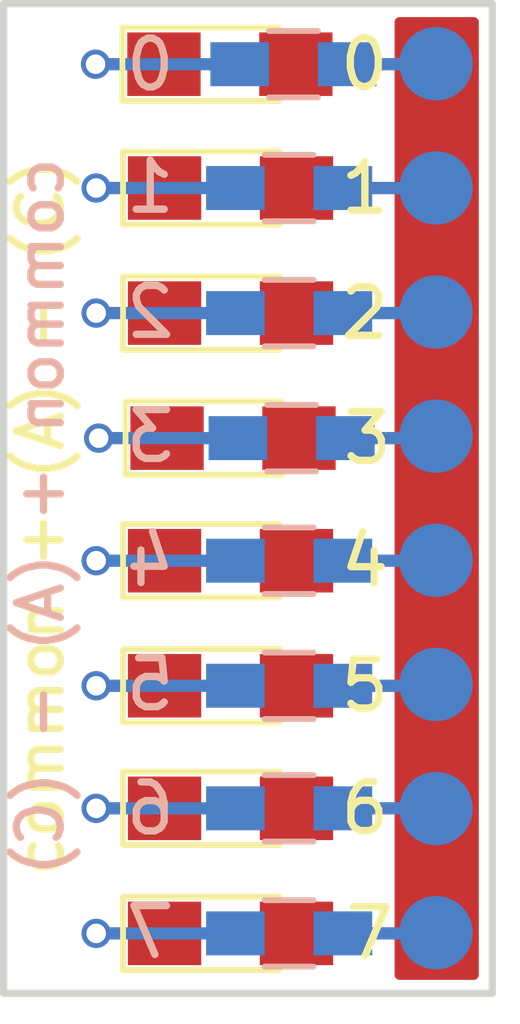
<source format=kicad_pcb>
(kicad_pcb (version 20171130) (host pcbnew "(5.1.2)-1")

  (general
    (thickness 1.6)
    (drawings 6)
    (tracks 50)
    (zones 0)
    (modules 25)
    (nets 18)
  )

  (page A4)
  (layers
    (0 F.Cu signal)
    (31 B.Cu signal)
    (32 B.Adhes user)
    (33 F.Adhes user)
    (34 B.Paste user)
    (35 F.Paste user)
    (36 B.SilkS user)
    (37 F.SilkS user)
    (38 B.Mask user)
    (39 F.Mask user)
    (40 Dwgs.User user)
    (41 Cmts.User user)
    (42 Eco1.User user)
    (43 Eco2.User user)
    (44 Edge.Cuts user)
    (45 Margin user)
    (46 B.CrtYd user hide)
    (47 F.CrtYd user hide)
    (48 B.Fab user)
    (49 F.Fab user)
  )

  (setup
    (last_trace_width 0.25)
    (trace_clearance 0.2)
    (zone_clearance 0.2)
    (zone_45_only no)
    (trace_min 0.2)
    (via_size 0.6)
    (via_drill 0.4)
    (via_min_size 0.4)
    (via_min_drill 0.3)
    (uvia_size 0.3)
    (uvia_drill 0.1)
    (uvias_allowed no)
    (uvia_min_size 0.2)
    (uvia_min_drill 0.1)
    (edge_width 0.15)
    (segment_width 0.2)
    (pcb_text_width 0.3)
    (pcb_text_size 1.5 1.5)
    (mod_edge_width 0.15)
    (mod_text_size 1 1)
    (mod_text_width 0.15)
    (pad_size 0.65 0.65)
    (pad_drill 0)
    (pad_to_mask_clearance 0.2)
    (aux_axis_origin 168 92.75)
    (visible_elements 7FFFFDFF)
    (pcbplotparams
      (layerselection 0x010f0_ffffffff)
      (usegerberextensions true)
      (usegerberattributes true)
      (usegerberadvancedattributes false)
      (creategerberjobfile false)
      (excludeedgelayer true)
      (linewidth 0.100000)
      (plotframeref false)
      (viasonmask false)
      (mode 1)
      (useauxorigin true)
      (hpglpennumber 1)
      (hpglpenspeed 20)
      (hpglpendiameter 15.000000)
      (psnegative false)
      (psa4output false)
      (plotreference true)
      (plotvalue true)
      (plotinvisibletext false)
      (padsonsilk false)
      (subtractmaskfromsilk false)
      (outputformat 1)
      (mirror false)
      (drillshape 0)
      (scaleselection 1)
      (outputdirectory "gerbers/"))
  )

  (net 0 "")
  (net 1 "Net-(D1-Pad1)")
  (net 2 "Net-(D1-Pad2)")
  (net 3 "Net-(D2-Pad1)")
  (net 4 "Net-(D3-Pad1)")
  (net 5 "Net-(D4-Pad1)")
  (net 6 "Net-(D5-Pad1)")
  (net 7 "Net-(D6-Pad1)")
  (net 8 "Net-(D7-Pad1)")
  (net 9 "Net-(D8-Pad1)")
  (net 10 "Net-(R1-Pad2)")
  (net 11 "Net-(R2-Pad2)")
  (net 12 "Net-(R3-Pad2)")
  (net 13 "Net-(R4-Pad2)")
  (net 14 "Net-(R5-Pad2)")
  (net 15 "Net-(R6-Pad2)")
  (net 16 "Net-(R7-Pad2)")
  (net 17 "Net-(R8-Pad2)")

  (net_class Default "This is the default net class."
    (clearance 0.2)
    (trace_width 0.25)
    (via_dia 0.6)
    (via_drill 0.4)
    (uvia_dia 0.3)
    (uvia_drill 0.1)
    (add_net "Net-(D1-Pad1)")
    (add_net "Net-(D1-Pad2)")
    (add_net "Net-(D2-Pad1)")
    (add_net "Net-(D3-Pad1)")
    (add_net "Net-(D4-Pad1)")
    (add_net "Net-(D5-Pad1)")
    (add_net "Net-(D6-Pad1)")
    (add_net "Net-(D7-Pad1)")
    (add_net "Net-(D8-Pad1)")
    (add_net "Net-(R1-Pad2)")
    (add_net "Net-(R2-Pad2)")
    (add_net "Net-(R3-Pad2)")
    (add_net "Net-(R4-Pad2)")
    (add_net "Net-(R5-Pad2)")
    (add_net "Net-(R6-Pad2)")
    (add_net "Net-(R7-Pad2)")
    (add_net "Net-(R8-Pad2)")
  )

  (module LEDs:LED_0805_HandSoldering (layer F.Cu) (tedit 5AC90E15) (tstamp 5D0BA580)
    (at 162.6305 93.989)
    (descr "Resistor SMD 0805, hand soldering")
    (tags "resistor 0805")
    (path /5AC90983)
    (attr smd)
    (fp_text reference D1 (at 0 -1.7) (layer F.SilkS) hide
      (effects (font (size 1 1) (thickness 0.15)))
    )
    (fp_text value 0 (at 2.75 0) (layer F.SilkS)
      (effects (font (size 1 1) (thickness 0.15)))
    )
    (fp_line (start -0.4 -0.4) (end -0.4 0.4) (layer F.Fab) (width 0.1))
    (fp_line (start -0.4 0) (end 0.2 -0.4) (layer F.Fab) (width 0.1))
    (fp_line (start 0.2 0.4) (end -0.4 0) (layer F.Fab) (width 0.1))
    (fp_line (start 0.2 -0.4) (end 0.2 0.4) (layer F.Fab) (width 0.1))
    (fp_line (start -1 0.62) (end -1 -0.62) (layer F.Fab) (width 0.1))
    (fp_line (start 1 0.62) (end -1 0.62) (layer F.Fab) (width 0.1))
    (fp_line (start 1 -0.62) (end 1 0.62) (layer F.Fab) (width 0.1))
    (fp_line (start -1 -0.62) (end 1 -0.62) (layer F.Fab) (width 0.1))
    (fp_line (start 1 0.75) (end -2.2 0.75) (layer F.SilkS) (width 0.12))
    (fp_line (start -2.2 -0.75) (end 1 -0.75) (layer F.SilkS) (width 0.12))
    (fp_line (start -2.35 -0.9) (end 2.35 -0.9) (layer F.CrtYd) (width 0.05))
    (fp_line (start -2.35 -0.9) (end -2.35 0.9) (layer F.CrtYd) (width 0.05))
    (fp_line (start 2.35 0.9) (end 2.35 -0.9) (layer F.CrtYd) (width 0.05))
    (fp_line (start 2.35 0.9) (end -2.35 0.9) (layer F.CrtYd) (width 0.05))
    (fp_line (start -2.2 -0.75) (end -2.2 0.75) (layer F.SilkS) (width 0.12))
    (pad 1 smd rect (at -1.35 0) (size 1.5 1.3) (layers F.Cu F.Paste F.Mask)
      (net 1 "Net-(D1-Pad1)"))
    (pad 2 smd rect (at 1.35 0) (size 1.5 1.3) (layers F.Cu F.Paste F.Mask)
      (net 2 "Net-(D1-Pad2)"))
    (model ${KISYS3DMOD}/LEDs.3dshapes/LED_0805.wrl
      (at (xyz 0 0 0))
      (scale (xyz 1 1 1))
      (rotate (xyz 0 0 0))
    )
  )

  (module LEDs:LED_0805_HandSoldering (layer F.Cu) (tedit 5AC90C60) (tstamp 5AC90B45)
    (at 162.6432 96.5224)
    (descr "Resistor SMD 0805, hand soldering")
    (tags "resistor 0805")
    (path /5AC90BBE)
    (attr smd)
    (fp_text reference D2 (at 0 -1.7) (layer F.SilkS) hide
      (effects (font (size 1 1) (thickness 0.15)))
    )
    (fp_text value 1 (at 2.75 0) (layer F.SilkS)
      (effects (font (size 1 1) (thickness 0.15)))
    )
    (fp_line (start -0.4 -0.4) (end -0.4 0.4) (layer F.Fab) (width 0.1))
    (fp_line (start -0.4 0) (end 0.2 -0.4) (layer F.Fab) (width 0.1))
    (fp_line (start 0.2 0.4) (end -0.4 0) (layer F.Fab) (width 0.1))
    (fp_line (start 0.2 -0.4) (end 0.2 0.4) (layer F.Fab) (width 0.1))
    (fp_line (start -1 0.62) (end -1 -0.62) (layer F.Fab) (width 0.1))
    (fp_line (start 1 0.62) (end -1 0.62) (layer F.Fab) (width 0.1))
    (fp_line (start 1 -0.62) (end 1 0.62) (layer F.Fab) (width 0.1))
    (fp_line (start -1 -0.62) (end 1 -0.62) (layer F.Fab) (width 0.1))
    (fp_line (start 1 0.75) (end -2.2 0.75) (layer F.SilkS) (width 0.12))
    (fp_line (start -2.2 -0.75) (end 1 -0.75) (layer F.SilkS) (width 0.12))
    (fp_line (start -2.35 -0.9) (end 2.35 -0.9) (layer F.CrtYd) (width 0.05))
    (fp_line (start -2.35 -0.9) (end -2.35 0.9) (layer F.CrtYd) (width 0.05))
    (fp_line (start 2.35 0.9) (end 2.35 -0.9) (layer F.CrtYd) (width 0.05))
    (fp_line (start 2.35 0.9) (end -2.35 0.9) (layer F.CrtYd) (width 0.05))
    (fp_line (start -2.2 -0.75) (end -2.2 0.75) (layer F.SilkS) (width 0.12))
    (pad 1 smd rect (at -1.35 0) (size 1.5 1.3) (layers F.Cu F.Paste F.Mask)
      (net 3 "Net-(D2-Pad1)"))
    (pad 2 smd rect (at 1.35 0) (size 1.5 1.3) (layers F.Cu F.Paste F.Mask)
      (net 2 "Net-(D1-Pad2)"))
    (model ${KISYS3DMOD}/LEDs.3dshapes/LED_0805.wrl
      (at (xyz 0 0 0))
      (scale (xyz 1 1 1))
      (rotate (xyz 0 0 0))
    )
  )

  (module LEDs:LED_0805_HandSoldering (layer F.Cu) (tedit 5AC90C91) (tstamp 5AC90B4B)
    (at 162.6432 99.0812)
    (descr "Resistor SMD 0805, hand soldering")
    (tags "resistor 0805")
    (path /5AC90C36)
    (attr smd)
    (fp_text reference D3 (at 0 -1.7) (layer F.SilkS) hide
      (effects (font (size 1 1) (thickness 0.15)))
    )
    (fp_text value 2 (at 2.75 0) (layer F.SilkS)
      (effects (font (size 1 1) (thickness 0.15)))
    )
    (fp_line (start -0.4 -0.4) (end -0.4 0.4) (layer F.Fab) (width 0.1))
    (fp_line (start -0.4 0) (end 0.2 -0.4) (layer F.Fab) (width 0.1))
    (fp_line (start 0.2 0.4) (end -0.4 0) (layer F.Fab) (width 0.1))
    (fp_line (start 0.2 -0.4) (end 0.2 0.4) (layer F.Fab) (width 0.1))
    (fp_line (start -1 0.62) (end -1 -0.62) (layer F.Fab) (width 0.1))
    (fp_line (start 1 0.62) (end -1 0.62) (layer F.Fab) (width 0.1))
    (fp_line (start 1 -0.62) (end 1 0.62) (layer F.Fab) (width 0.1))
    (fp_line (start -1 -0.62) (end 1 -0.62) (layer F.Fab) (width 0.1))
    (fp_line (start 1 0.75) (end -2.2 0.75) (layer F.SilkS) (width 0.12))
    (fp_line (start -2.2 -0.75) (end 1 -0.75) (layer F.SilkS) (width 0.12))
    (fp_line (start -2.35 -0.9) (end 2.35 -0.9) (layer F.CrtYd) (width 0.05))
    (fp_line (start -2.35 -0.9) (end -2.35 0.9) (layer F.CrtYd) (width 0.05))
    (fp_line (start 2.35 0.9) (end 2.35 -0.9) (layer F.CrtYd) (width 0.05))
    (fp_line (start 2.35 0.9) (end -2.35 0.9) (layer F.CrtYd) (width 0.05))
    (fp_line (start -2.2 -0.75) (end -2.2 0.75) (layer F.SilkS) (width 0.12))
    (pad 1 smd rect (at -1.35 0) (size 1.5 1.3) (layers F.Cu F.Paste F.Mask)
      (net 4 "Net-(D3-Pad1)"))
    (pad 2 smd rect (at 1.35 0) (size 1.5 1.3) (layers F.Cu F.Paste F.Mask)
      (net 2 "Net-(D1-Pad2)"))
    (model ${KISYS3DMOD}/LEDs.3dshapes/LED_0805.wrl
      (at (xyz 0 0 0))
      (scale (xyz 1 1 1))
      (rotate (xyz 0 0 0))
    )
  )

  (module LEDs:LED_0805_HandSoldering (layer F.Cu) (tedit 5AC90CF2) (tstamp 5AC90B51)
    (at 162.694 101.64)
    (descr "Resistor SMD 0805, hand soldering")
    (tags "resistor 0805")
    (path /5AC90C48)
    (attr smd)
    (fp_text reference D4 (at 0 -1.7) (layer F.SilkS) hide
      (effects (font (size 1 1) (thickness 0.15)))
    )
    (fp_text value 3 (at 2.75 0) (layer F.SilkS)
      (effects (font (size 1 1) (thickness 0.15)))
    )
    (fp_line (start -0.4 -0.4) (end -0.4 0.4) (layer F.Fab) (width 0.1))
    (fp_line (start -0.4 0) (end 0.2 -0.4) (layer F.Fab) (width 0.1))
    (fp_line (start 0.2 0.4) (end -0.4 0) (layer F.Fab) (width 0.1))
    (fp_line (start 0.2 -0.4) (end 0.2 0.4) (layer F.Fab) (width 0.1))
    (fp_line (start -1 0.62) (end -1 -0.62) (layer F.Fab) (width 0.1))
    (fp_line (start 1 0.62) (end -1 0.62) (layer F.Fab) (width 0.1))
    (fp_line (start 1 -0.62) (end 1 0.62) (layer F.Fab) (width 0.1))
    (fp_line (start -1 -0.62) (end 1 -0.62) (layer F.Fab) (width 0.1))
    (fp_line (start 1 0.75) (end -2.2 0.75) (layer F.SilkS) (width 0.12))
    (fp_line (start -2.2 -0.75) (end 1 -0.75) (layer F.SilkS) (width 0.12))
    (fp_line (start -2.35 -0.9) (end 2.35 -0.9) (layer F.CrtYd) (width 0.05))
    (fp_line (start -2.35 -0.9) (end -2.35 0.9) (layer F.CrtYd) (width 0.05))
    (fp_line (start 2.35 0.9) (end 2.35 -0.9) (layer F.CrtYd) (width 0.05))
    (fp_line (start 2.35 0.9) (end -2.35 0.9) (layer F.CrtYd) (width 0.05))
    (fp_line (start -2.2 -0.75) (end -2.2 0.75) (layer F.SilkS) (width 0.12))
    (pad 1 smd rect (at -1.35 0) (size 1.5 1.3) (layers F.Cu F.Paste F.Mask)
      (net 5 "Net-(D4-Pad1)"))
    (pad 2 smd rect (at 1.35 0) (size 1.5 1.3) (layers F.Cu F.Paste F.Mask)
      (net 2 "Net-(D1-Pad2)"))
    (model ${KISYS3DMOD}/LEDs.3dshapes/LED_0805.wrl
      (at (xyz 0 0 0))
      (scale (xyz 1 1 1))
      (rotate (xyz 0 0 0))
    )
  )

  (module LEDs:LED_0805_HandSoldering (layer F.Cu) (tedit 5AC90D35) (tstamp 5AC90B57)
    (at 162.6432 104.148)
    (descr "Resistor SMD 0805, hand soldering")
    (tags "resistor 0805")
    (path /5AC90D56)
    (attr smd)
    (fp_text reference D5 (at 0 -1.7) (layer F.SilkS) hide
      (effects (font (size 1 1) (thickness 0.15)))
    )
    (fp_text value 4 (at 2.75 0) (layer F.SilkS)
      (effects (font (size 1 1) (thickness 0.15)))
    )
    (fp_line (start -0.4 -0.4) (end -0.4 0.4) (layer F.Fab) (width 0.1))
    (fp_line (start -0.4 0) (end 0.2 -0.4) (layer F.Fab) (width 0.1))
    (fp_line (start 0.2 0.4) (end -0.4 0) (layer F.Fab) (width 0.1))
    (fp_line (start 0.2 -0.4) (end 0.2 0.4) (layer F.Fab) (width 0.1))
    (fp_line (start -1 0.62) (end -1 -0.62) (layer F.Fab) (width 0.1))
    (fp_line (start 1 0.62) (end -1 0.62) (layer F.Fab) (width 0.1))
    (fp_line (start 1 -0.62) (end 1 0.62) (layer F.Fab) (width 0.1))
    (fp_line (start -1 -0.62) (end 1 -0.62) (layer F.Fab) (width 0.1))
    (fp_line (start 1 0.75) (end -2.2 0.75) (layer F.SilkS) (width 0.12))
    (fp_line (start -2.2 -0.75) (end 1 -0.75) (layer F.SilkS) (width 0.12))
    (fp_line (start -2.35 -0.9) (end 2.35 -0.9) (layer F.CrtYd) (width 0.05))
    (fp_line (start -2.35 -0.9) (end -2.35 0.9) (layer F.CrtYd) (width 0.05))
    (fp_line (start 2.35 0.9) (end 2.35 -0.9) (layer F.CrtYd) (width 0.05))
    (fp_line (start 2.35 0.9) (end -2.35 0.9) (layer F.CrtYd) (width 0.05))
    (fp_line (start -2.2 -0.75) (end -2.2 0.75) (layer F.SilkS) (width 0.12))
    (pad 1 smd rect (at -1.35 0) (size 1.5 1.3) (layers F.Cu F.Paste F.Mask)
      (net 6 "Net-(D5-Pad1)"))
    (pad 2 smd rect (at 1.35 0) (size 1.5 1.3) (layers F.Cu F.Paste F.Mask)
      (net 2 "Net-(D1-Pad2)"))
    (model ${KISYS3DMOD}/LEDs.3dshapes/LED_0805.wrl
      (at (xyz 0 0 0))
      (scale (xyz 1 1 1))
      (rotate (xyz 0 0 0))
    )
  )

  (module LEDs:LED_0805_HandSoldering (layer F.Cu) (tedit 5AC90D75) (tstamp 5AC90B5D)
    (at 162.6432 106.7068)
    (descr "Resistor SMD 0805, hand soldering")
    (tags "resistor 0805")
    (path /5AC90D68)
    (attr smd)
    (fp_text reference D6 (at 0 -1.7) (layer F.SilkS) hide
      (effects (font (size 1 1) (thickness 0.15)))
    )
    (fp_text value 5 (at 2.75 0) (layer F.SilkS)
      (effects (font (size 1 1) (thickness 0.15)))
    )
    (fp_line (start -0.4 -0.4) (end -0.4 0.4) (layer F.Fab) (width 0.1))
    (fp_line (start -0.4 0) (end 0.2 -0.4) (layer F.Fab) (width 0.1))
    (fp_line (start 0.2 0.4) (end -0.4 0) (layer F.Fab) (width 0.1))
    (fp_line (start 0.2 -0.4) (end 0.2 0.4) (layer F.Fab) (width 0.1))
    (fp_line (start -1 0.62) (end -1 -0.62) (layer F.Fab) (width 0.1))
    (fp_line (start 1 0.62) (end -1 0.62) (layer F.Fab) (width 0.1))
    (fp_line (start 1 -0.62) (end 1 0.62) (layer F.Fab) (width 0.1))
    (fp_line (start -1 -0.62) (end 1 -0.62) (layer F.Fab) (width 0.1))
    (fp_line (start 1 0.75) (end -2.2 0.75) (layer F.SilkS) (width 0.12))
    (fp_line (start -2.2 -0.75) (end 1 -0.75) (layer F.SilkS) (width 0.12))
    (fp_line (start -2.35 -0.9) (end 2.35 -0.9) (layer F.CrtYd) (width 0.05))
    (fp_line (start -2.35 -0.9) (end -2.35 0.9) (layer F.CrtYd) (width 0.05))
    (fp_line (start 2.35 0.9) (end 2.35 -0.9) (layer F.CrtYd) (width 0.05))
    (fp_line (start 2.35 0.9) (end -2.35 0.9) (layer F.CrtYd) (width 0.05))
    (fp_line (start -2.2 -0.75) (end -2.2 0.75) (layer F.SilkS) (width 0.12))
    (pad 1 smd rect (at -1.35 0) (size 1.5 1.3) (layers F.Cu F.Paste F.Mask)
      (net 7 "Net-(D6-Pad1)"))
    (pad 2 smd rect (at 1.35 0) (size 1.5 1.3) (layers F.Cu F.Paste F.Mask)
      (net 2 "Net-(D1-Pad2)"))
    (model ${KISYS3DMOD}/LEDs.3dshapes/LED_0805.wrl
      (at (xyz 0 0 0))
      (scale (xyz 1 1 1))
      (rotate (xyz 0 0 0))
    )
  )

  (module LEDs:LED_0805_HandSoldering (layer F.Cu) (tedit 5AC90DB8) (tstamp 5AC90B63)
    (at 162.6432 109.2148)
    (descr "Resistor SMD 0805, hand soldering")
    (tags "resistor 0805")
    (path /5AC90D7A)
    (attr smd)
    (fp_text reference D7 (at 0 -1.7) (layer F.SilkS) hide
      (effects (font (size 1 1) (thickness 0.15)))
    )
    (fp_text value 6 (at 2.75 0) (layer F.SilkS)
      (effects (font (size 1 1) (thickness 0.15)))
    )
    (fp_line (start -0.4 -0.4) (end -0.4 0.4) (layer F.Fab) (width 0.1))
    (fp_line (start -0.4 0) (end 0.2 -0.4) (layer F.Fab) (width 0.1))
    (fp_line (start 0.2 0.4) (end -0.4 0) (layer F.Fab) (width 0.1))
    (fp_line (start 0.2 -0.4) (end 0.2 0.4) (layer F.Fab) (width 0.1))
    (fp_line (start -1 0.62) (end -1 -0.62) (layer F.Fab) (width 0.1))
    (fp_line (start 1 0.62) (end -1 0.62) (layer F.Fab) (width 0.1))
    (fp_line (start 1 -0.62) (end 1 0.62) (layer F.Fab) (width 0.1))
    (fp_line (start -1 -0.62) (end 1 -0.62) (layer F.Fab) (width 0.1))
    (fp_line (start 1 0.75) (end -2.2 0.75) (layer F.SilkS) (width 0.12))
    (fp_line (start -2.2 -0.75) (end 1 -0.75) (layer F.SilkS) (width 0.12))
    (fp_line (start -2.35 -0.9) (end 2.35 -0.9) (layer F.CrtYd) (width 0.05))
    (fp_line (start -2.35 -0.9) (end -2.35 0.9) (layer F.CrtYd) (width 0.05))
    (fp_line (start 2.35 0.9) (end 2.35 -0.9) (layer F.CrtYd) (width 0.05))
    (fp_line (start 2.35 0.9) (end -2.35 0.9) (layer F.CrtYd) (width 0.05))
    (fp_line (start -2.2 -0.75) (end -2.2 0.75) (layer F.SilkS) (width 0.12))
    (pad 1 smd rect (at -1.35 0) (size 1.5 1.3) (layers F.Cu F.Paste F.Mask)
      (net 8 "Net-(D7-Pad1)"))
    (pad 2 smd rect (at 1.35 0) (size 1.5 1.3) (layers F.Cu F.Paste F.Mask)
      (net 2 "Net-(D1-Pad2)"))
    (model ${KISYS3DMOD}/LEDs.3dshapes/LED_0805.wrl
      (at (xyz 0 0 0))
      (scale (xyz 1 1 1))
      (rotate (xyz 0 0 0))
    )
  )

  (module LEDs:LED_0805_HandSoldering (layer F.Cu) (tedit 5AC90DEB) (tstamp 5AC90B69)
    (at 162.6432 111.7736)
    (descr "Resistor SMD 0805, hand soldering")
    (tags "resistor 0805")
    (path /5AC90D8C)
    (attr smd)
    (fp_text reference D8 (at 0 -1.7) (layer F.SilkS) hide
      (effects (font (size 1 1) (thickness 0.15)))
    )
    (fp_text value 7 (at 2.85 0) (layer F.SilkS)
      (effects (font (size 1 1) (thickness 0.15)))
    )
    (fp_line (start -0.4 -0.4) (end -0.4 0.4) (layer F.Fab) (width 0.1))
    (fp_line (start -0.4 0) (end 0.2 -0.4) (layer F.Fab) (width 0.1))
    (fp_line (start 0.2 0.4) (end -0.4 0) (layer F.Fab) (width 0.1))
    (fp_line (start 0.2 -0.4) (end 0.2 0.4) (layer F.Fab) (width 0.1))
    (fp_line (start -1 0.62) (end -1 -0.62) (layer F.Fab) (width 0.1))
    (fp_line (start 1 0.62) (end -1 0.62) (layer F.Fab) (width 0.1))
    (fp_line (start 1 -0.62) (end 1 0.62) (layer F.Fab) (width 0.1))
    (fp_line (start -1 -0.62) (end 1 -0.62) (layer F.Fab) (width 0.1))
    (fp_line (start 1 0.75) (end -2.2 0.75) (layer F.SilkS) (width 0.12))
    (fp_line (start -2.2 -0.75) (end 1 -0.75) (layer F.SilkS) (width 0.12))
    (fp_line (start -2.35 -0.9) (end 2.35 -0.9) (layer F.CrtYd) (width 0.05))
    (fp_line (start -2.35 -0.9) (end -2.35 0.9) (layer F.CrtYd) (width 0.05))
    (fp_line (start 2.35 0.9) (end 2.35 -0.9) (layer F.CrtYd) (width 0.05))
    (fp_line (start 2.35 0.9) (end -2.35 0.9) (layer F.CrtYd) (width 0.05))
    (fp_line (start -2.2 -0.75) (end -2.2 0.75) (layer F.SilkS) (width 0.12))
    (pad 1 smd rect (at -1.35 0) (size 1.5 1.3) (layers F.Cu F.Paste F.Mask)
      (net 9 "Net-(D8-Pad1)"))
    (pad 2 smd rect (at 1.35 0) (size 1.5 1.3) (layers F.Cu F.Paste F.Mask)
      (net 2 "Net-(D1-Pad2)"))
    (model ${KISYS3DMOD}/LEDs.3dshapes/LED_0805.wrl
      (at (xyz 0 0 0))
      (scale (xyz 1 1 1))
      (rotate (xyz 0 0 0))
    )
  )

  (module Resistors_SMD:R_0603_HandSoldering (layer B.Cu) (tedit 5AC90BC3) (tstamp 5D0BA5B8)
    (at 163.9305 93.989)
    (descr "Resistor SMD 0603, hand soldering")
    (tags "resistor 0603")
    (path /5AC909F4)
    (attr smd)
    (fp_text reference R1 (at 0 1.45) (layer B.SilkS) hide
      (effects (font (size 1 1) (thickness 0.15)) (justify mirror))
    )
    (fp_text value 1K (at 0 -1.55) (layer B.Fab) hide
      (effects (font (size 1 1) (thickness 0.15)) (justify mirror))
    )
    (fp_text user %R (at 0 0) (layer B.Fab)
      (effects (font (size 0.4 0.4) (thickness 0.075)) (justify mirror))
    )
    (fp_line (start -0.8 -0.4) (end -0.8 0.4) (layer B.Fab) (width 0.1))
    (fp_line (start 0.8 -0.4) (end -0.8 -0.4) (layer B.Fab) (width 0.1))
    (fp_line (start 0.8 0.4) (end 0.8 -0.4) (layer B.Fab) (width 0.1))
    (fp_line (start -0.8 0.4) (end 0.8 0.4) (layer B.Fab) (width 0.1))
    (fp_line (start 0.5 -0.68) (end -0.5 -0.68) (layer B.SilkS) (width 0.12))
    (fp_line (start -0.5 0.68) (end 0.5 0.68) (layer B.SilkS) (width 0.12))
    (fp_line (start -1.96 0.7) (end 1.95 0.7) (layer B.CrtYd) (width 0.05))
    (fp_line (start -1.96 0.7) (end -1.96 -0.7) (layer B.CrtYd) (width 0.05))
    (fp_line (start 1.95 -0.7) (end 1.95 0.7) (layer B.CrtYd) (width 0.05))
    (fp_line (start 1.95 -0.7) (end -1.96 -0.7) (layer B.CrtYd) (width 0.05))
    (pad 1 smd rect (at -1.1 0) (size 1.2 0.9) (layers B.Cu B.Paste B.Mask)
      (net 1 "Net-(D1-Pad1)"))
    (pad 2 smd rect (at 1.1 0) (size 1.2 0.9) (layers B.Cu B.Paste B.Mask)
      (net 10 "Net-(R1-Pad2)"))
    (model ${KISYS3DMOD}/Resistors_SMD.3dshapes/R_0603.wrl
      (at (xyz 0 0 0))
      (scale (xyz 1 1 1))
      (rotate (xyz 0 0 0))
    )
  )

  (module Resistors_SMD:R_0603_HandSoldering (layer B.Cu) (tedit 5AC90BE4) (tstamp 5AC90B75)
    (at 163.8432 96.5224)
    (descr "Resistor SMD 0603, hand soldering")
    (tags "resistor 0603")
    (path /5AC90BC4)
    (attr smd)
    (fp_text reference R2 (at 0 1.45) (layer B.SilkS) hide
      (effects (font (size 1 1) (thickness 0.15)) (justify mirror))
    )
    (fp_text value 1K (at 0 -1.55) (layer B.Fab) hide
      (effects (font (size 1 1) (thickness 0.15)) (justify mirror))
    )
    (fp_text user %R (at 0 0) (layer B.Fab)
      (effects (font (size 0.4 0.4) (thickness 0.075)) (justify mirror))
    )
    (fp_line (start -0.8 -0.4) (end -0.8 0.4) (layer B.Fab) (width 0.1))
    (fp_line (start 0.8 -0.4) (end -0.8 -0.4) (layer B.Fab) (width 0.1))
    (fp_line (start 0.8 0.4) (end 0.8 -0.4) (layer B.Fab) (width 0.1))
    (fp_line (start -0.8 0.4) (end 0.8 0.4) (layer B.Fab) (width 0.1))
    (fp_line (start 0.5 -0.68) (end -0.5 -0.68) (layer B.SilkS) (width 0.12))
    (fp_line (start -0.5 0.68) (end 0.5 0.68) (layer B.SilkS) (width 0.12))
    (fp_line (start -1.96 0.7) (end 1.95 0.7) (layer B.CrtYd) (width 0.05))
    (fp_line (start -1.96 0.7) (end -1.96 -0.7) (layer B.CrtYd) (width 0.05))
    (fp_line (start 1.95 -0.7) (end 1.95 0.7) (layer B.CrtYd) (width 0.05))
    (fp_line (start 1.95 -0.7) (end -1.96 -0.7) (layer B.CrtYd) (width 0.05))
    (pad 1 smd rect (at -1.1 0) (size 1.2 0.9) (layers B.Cu B.Paste B.Mask)
      (net 3 "Net-(D2-Pad1)"))
    (pad 2 smd rect (at 1.1 0) (size 1.2 0.9) (layers B.Cu B.Paste B.Mask)
      (net 11 "Net-(R2-Pad2)"))
    (model ${KISYS3DMOD}/Resistors_SMD.3dshapes/R_0603.wrl
      (at (xyz 0 0 0))
      (scale (xyz 1 1 1))
      (rotate (xyz 0 0 0))
    )
  )

  (module Resistors_SMD:R_0603_HandSoldering (layer B.Cu) (tedit 5AC90BEA) (tstamp 5AC90B7B)
    (at 163.8432 99.0812)
    (descr "Resistor SMD 0603, hand soldering")
    (tags "resistor 0603")
    (path /5AC90C3C)
    (attr smd)
    (fp_text reference R3 (at 0 1.45) (layer B.SilkS) hide
      (effects (font (size 1 1) (thickness 0.15)) (justify mirror))
    )
    (fp_text value 1K (at 0 -1.55) (layer B.Fab) hide
      (effects (font (size 1 1) (thickness 0.15)) (justify mirror))
    )
    (fp_text user %R (at 0 0) (layer B.Fab)
      (effects (font (size 0.4 0.4) (thickness 0.075)) (justify mirror))
    )
    (fp_line (start -0.8 -0.4) (end -0.8 0.4) (layer B.Fab) (width 0.1))
    (fp_line (start 0.8 -0.4) (end -0.8 -0.4) (layer B.Fab) (width 0.1))
    (fp_line (start 0.8 0.4) (end 0.8 -0.4) (layer B.Fab) (width 0.1))
    (fp_line (start -0.8 0.4) (end 0.8 0.4) (layer B.Fab) (width 0.1))
    (fp_line (start 0.5 -0.68) (end -0.5 -0.68) (layer B.SilkS) (width 0.12))
    (fp_line (start -0.5 0.68) (end 0.5 0.68) (layer B.SilkS) (width 0.12))
    (fp_line (start -1.96 0.7) (end 1.95 0.7) (layer B.CrtYd) (width 0.05))
    (fp_line (start -1.96 0.7) (end -1.96 -0.7) (layer B.CrtYd) (width 0.05))
    (fp_line (start 1.95 -0.7) (end 1.95 0.7) (layer B.CrtYd) (width 0.05))
    (fp_line (start 1.95 -0.7) (end -1.96 -0.7) (layer B.CrtYd) (width 0.05))
    (pad 1 smd rect (at -1.1 0) (size 1.2 0.9) (layers B.Cu B.Paste B.Mask)
      (net 4 "Net-(D3-Pad1)"))
    (pad 2 smd rect (at 1.1 0) (size 1.2 0.9) (layers B.Cu B.Paste B.Mask)
      (net 12 "Net-(R3-Pad2)"))
    (model ${KISYS3DMOD}/Resistors_SMD.3dshapes/R_0603.wrl
      (at (xyz 0 0 0))
      (scale (xyz 1 1 1))
      (rotate (xyz 0 0 0))
    )
  )

  (module Resistors_SMD:R_0603_HandSoldering (layer B.Cu) (tedit 5AC90BFB) (tstamp 5AC90B81)
    (at 163.894 101.64)
    (descr "Resistor SMD 0603, hand soldering")
    (tags "resistor 0603")
    (path /5AC90C4E)
    (attr smd)
    (fp_text reference R4 (at 0 1.45) (layer B.SilkS) hide
      (effects (font (size 1 1) (thickness 0.15)) (justify mirror))
    )
    (fp_text value 1K (at 0 -1.55) (layer B.Fab) hide
      (effects (font (size 1 1) (thickness 0.15)) (justify mirror))
    )
    (fp_text user %R (at 0 0) (layer B.Fab)
      (effects (font (size 0.4 0.4) (thickness 0.075)) (justify mirror))
    )
    (fp_line (start -0.8 -0.4) (end -0.8 0.4) (layer B.Fab) (width 0.1))
    (fp_line (start 0.8 -0.4) (end -0.8 -0.4) (layer B.Fab) (width 0.1))
    (fp_line (start 0.8 0.4) (end 0.8 -0.4) (layer B.Fab) (width 0.1))
    (fp_line (start -0.8 0.4) (end 0.8 0.4) (layer B.Fab) (width 0.1))
    (fp_line (start 0.5 -0.68) (end -0.5 -0.68) (layer B.SilkS) (width 0.12))
    (fp_line (start -0.5 0.68) (end 0.5 0.68) (layer B.SilkS) (width 0.12))
    (fp_line (start -1.96 0.7) (end 1.95 0.7) (layer B.CrtYd) (width 0.05))
    (fp_line (start -1.96 0.7) (end -1.96 -0.7) (layer B.CrtYd) (width 0.05))
    (fp_line (start 1.95 -0.7) (end 1.95 0.7) (layer B.CrtYd) (width 0.05))
    (fp_line (start 1.95 -0.7) (end -1.96 -0.7) (layer B.CrtYd) (width 0.05))
    (pad 1 smd rect (at -1.1 0) (size 1.2 0.9) (layers B.Cu B.Paste B.Mask)
      (net 5 "Net-(D4-Pad1)"))
    (pad 2 smd rect (at 1.1 0) (size 1.2 0.9) (layers B.Cu B.Paste B.Mask)
      (net 13 "Net-(R4-Pad2)"))
    (model ${KISYS3DMOD}/Resistors_SMD.3dshapes/R_0603.wrl
      (at (xyz 0 0 0))
      (scale (xyz 1 1 1))
      (rotate (xyz 0 0 0))
    )
  )

  (module Resistors_SMD:R_0603_HandSoldering (layer B.Cu) (tedit 5AC90C0E) (tstamp 5AC90B87)
    (at 163.8432 104.148)
    (descr "Resistor SMD 0603, hand soldering")
    (tags "resistor 0603")
    (path /5AC90D5C)
    (attr smd)
    (fp_text reference R5 (at 0 1.45) (layer B.SilkS) hide
      (effects (font (size 1 1) (thickness 0.15)) (justify mirror))
    )
    (fp_text value 1K (at 0 -1.55) (layer B.Fab) hide
      (effects (font (size 1 1) (thickness 0.15)) (justify mirror))
    )
    (fp_text user %R (at 0 0) (layer B.Fab)
      (effects (font (size 0.4 0.4) (thickness 0.075)) (justify mirror))
    )
    (fp_line (start -0.8 -0.4) (end -0.8 0.4) (layer B.Fab) (width 0.1))
    (fp_line (start 0.8 -0.4) (end -0.8 -0.4) (layer B.Fab) (width 0.1))
    (fp_line (start 0.8 0.4) (end 0.8 -0.4) (layer B.Fab) (width 0.1))
    (fp_line (start -0.8 0.4) (end 0.8 0.4) (layer B.Fab) (width 0.1))
    (fp_line (start 0.5 -0.68) (end -0.5 -0.68) (layer B.SilkS) (width 0.12))
    (fp_line (start -0.5 0.68) (end 0.5 0.68) (layer B.SilkS) (width 0.12))
    (fp_line (start -1.96 0.7) (end 1.95 0.7) (layer B.CrtYd) (width 0.05))
    (fp_line (start -1.96 0.7) (end -1.96 -0.7) (layer B.CrtYd) (width 0.05))
    (fp_line (start 1.95 -0.7) (end 1.95 0.7) (layer B.CrtYd) (width 0.05))
    (fp_line (start 1.95 -0.7) (end -1.96 -0.7) (layer B.CrtYd) (width 0.05))
    (pad 1 smd rect (at -1.1 0) (size 1.2 0.9) (layers B.Cu B.Paste B.Mask)
      (net 6 "Net-(D5-Pad1)"))
    (pad 2 smd rect (at 1.1 0) (size 1.2 0.9) (layers B.Cu B.Paste B.Mask)
      (net 14 "Net-(R5-Pad2)"))
    (model ${KISYS3DMOD}/Resistors_SMD.3dshapes/R_0603.wrl
      (at (xyz 0 0 0))
      (scale (xyz 1 1 1))
      (rotate (xyz 0 0 0))
    )
  )

  (module Resistors_SMD:R_0603_HandSoldering (layer B.Cu) (tedit 5AC90C24) (tstamp 5AC90B8D)
    (at 163.8432 106.7068)
    (descr "Resistor SMD 0603, hand soldering")
    (tags "resistor 0603")
    (path /5AC90D6E)
    (attr smd)
    (fp_text reference R6 (at 0 1.45) (layer B.SilkS) hide
      (effects (font (size 1 1) (thickness 0.15)) (justify mirror))
    )
    (fp_text value 1K (at 0 -1.55) (layer B.Fab) hide
      (effects (font (size 1 1) (thickness 0.15)) (justify mirror))
    )
    (fp_text user %R (at 0 0) (layer B.Fab)
      (effects (font (size 0.4 0.4) (thickness 0.075)) (justify mirror))
    )
    (fp_line (start -0.8 -0.4) (end -0.8 0.4) (layer B.Fab) (width 0.1))
    (fp_line (start 0.8 -0.4) (end -0.8 -0.4) (layer B.Fab) (width 0.1))
    (fp_line (start 0.8 0.4) (end 0.8 -0.4) (layer B.Fab) (width 0.1))
    (fp_line (start -0.8 0.4) (end 0.8 0.4) (layer B.Fab) (width 0.1))
    (fp_line (start 0.5 -0.68) (end -0.5 -0.68) (layer B.SilkS) (width 0.12))
    (fp_line (start -0.5 0.68) (end 0.5 0.68) (layer B.SilkS) (width 0.12))
    (fp_line (start -1.96 0.7) (end 1.95 0.7) (layer B.CrtYd) (width 0.05))
    (fp_line (start -1.96 0.7) (end -1.96 -0.7) (layer B.CrtYd) (width 0.05))
    (fp_line (start 1.95 -0.7) (end 1.95 0.7) (layer B.CrtYd) (width 0.05))
    (fp_line (start 1.95 -0.7) (end -1.96 -0.7) (layer B.CrtYd) (width 0.05))
    (pad 1 smd rect (at -1.1 0) (size 1.2 0.9) (layers B.Cu B.Paste B.Mask)
      (net 7 "Net-(D6-Pad1)"))
    (pad 2 smd rect (at 1.1 0) (size 1.2 0.9) (layers B.Cu B.Paste B.Mask)
      (net 15 "Net-(R6-Pad2)"))
    (model ${KISYS3DMOD}/Resistors_SMD.3dshapes/R_0603.wrl
      (at (xyz 0 0 0))
      (scale (xyz 1 1 1))
      (rotate (xyz 0 0 0))
    )
  )

  (module Resistors_SMD:R_0603_HandSoldering (layer B.Cu) (tedit 5AC90C30) (tstamp 5AC90B93)
    (at 163.8432 109.2148)
    (descr "Resistor SMD 0603, hand soldering")
    (tags "resistor 0603")
    (path /5AC90D80)
    (attr smd)
    (fp_text reference R7 (at 0 1.45) (layer B.SilkS) hide
      (effects (font (size 1 1) (thickness 0.15)) (justify mirror))
    )
    (fp_text value 1K (at 0 -1.55) (layer B.Fab) hide
      (effects (font (size 1 1) (thickness 0.15)) (justify mirror))
    )
    (fp_text user %R (at 0 0) (layer B.Fab)
      (effects (font (size 0.4 0.4) (thickness 0.075)) (justify mirror))
    )
    (fp_line (start -0.8 -0.4) (end -0.8 0.4) (layer B.Fab) (width 0.1))
    (fp_line (start 0.8 -0.4) (end -0.8 -0.4) (layer B.Fab) (width 0.1))
    (fp_line (start 0.8 0.4) (end 0.8 -0.4) (layer B.Fab) (width 0.1))
    (fp_line (start -0.8 0.4) (end 0.8 0.4) (layer B.Fab) (width 0.1))
    (fp_line (start 0.5 -0.68) (end -0.5 -0.68) (layer B.SilkS) (width 0.12))
    (fp_line (start -0.5 0.68) (end 0.5 0.68) (layer B.SilkS) (width 0.12))
    (fp_line (start -1.96 0.7) (end 1.95 0.7) (layer B.CrtYd) (width 0.05))
    (fp_line (start -1.96 0.7) (end -1.96 -0.7) (layer B.CrtYd) (width 0.05))
    (fp_line (start 1.95 -0.7) (end 1.95 0.7) (layer B.CrtYd) (width 0.05))
    (fp_line (start 1.95 -0.7) (end -1.96 -0.7) (layer B.CrtYd) (width 0.05))
    (pad 1 smd rect (at -1.1 0) (size 1.2 0.9) (layers B.Cu B.Paste B.Mask)
      (net 8 "Net-(D7-Pad1)"))
    (pad 2 smd rect (at 1.1 0) (size 1.2 0.9) (layers B.Cu B.Paste B.Mask)
      (net 16 "Net-(R7-Pad2)"))
    (model ${KISYS3DMOD}/Resistors_SMD.3dshapes/R_0603.wrl
      (at (xyz 0 0 0))
      (scale (xyz 1 1 1))
      (rotate (xyz 0 0 0))
    )
  )

  (module Resistors_SMD:R_0603_HandSoldering (layer B.Cu) (tedit 5AC90C32) (tstamp 5AC90B99)
    (at 163.8432 111.7736)
    (descr "Resistor SMD 0603, hand soldering")
    (tags "resistor 0603")
    (path /5AC90D92)
    (attr smd)
    (fp_text reference R8 (at 0 1.45) (layer B.SilkS) hide
      (effects (font (size 1 1) (thickness 0.15)) (justify mirror))
    )
    (fp_text value 1K (at 0 -1.55) (layer B.Fab) hide
      (effects (font (size 1 1) (thickness 0.15)) (justify mirror))
    )
    (fp_text user %R (at 0 0 180) (layer B.Fab)
      (effects (font (size 0.4 0.4) (thickness 0.075)) (justify mirror))
    )
    (fp_line (start -0.8 -0.4) (end -0.8 0.4) (layer B.Fab) (width 0.1))
    (fp_line (start 0.8 -0.4) (end -0.8 -0.4) (layer B.Fab) (width 0.1))
    (fp_line (start 0.8 0.4) (end 0.8 -0.4) (layer B.Fab) (width 0.1))
    (fp_line (start -0.8 0.4) (end 0.8 0.4) (layer B.Fab) (width 0.1))
    (fp_line (start 0.5 -0.68) (end -0.5 -0.68) (layer B.SilkS) (width 0.12))
    (fp_line (start -0.5 0.68) (end 0.5 0.68) (layer B.SilkS) (width 0.12))
    (fp_line (start -1.96 0.7) (end 1.95 0.7) (layer B.CrtYd) (width 0.05))
    (fp_line (start -1.96 0.7) (end -1.96 -0.7) (layer B.CrtYd) (width 0.05))
    (fp_line (start 1.95 -0.7) (end 1.95 0.7) (layer B.CrtYd) (width 0.05))
    (fp_line (start 1.95 -0.7) (end -1.96 -0.7) (layer B.CrtYd) (width 0.05))
    (pad 1 smd rect (at -1.1 0) (size 1.2 0.9) (layers B.Cu B.Paste B.Mask)
      (net 9 "Net-(D8-Pad1)"))
    (pad 2 smd rect (at 1.1 0) (size 1.2 0.9) (layers B.Cu B.Paste B.Mask)
      (net 17 "Net-(R8-Pad2)"))
    (model ${KISYS3DMOD}/Resistors_SMD.3dshapes/R_0603.wrl
      (at (xyz 0 0 0))
      (scale (xyz 1 1 1))
      (rotate (xyz 0 0 0))
    )
  )

  (module Measurement_Points:Measurement_Point_Round-SMD-Pad_Small (layer B.Cu) (tedit 5AC90B99) (tstamp 5AC90B9E)
    (at 166.85 93.98 180)
    (descr "Mesurement Point, Round, SMD Pad, DM 1.5mm,")
    (tags "Mesurement Point Round SMD Pad 1.5mm")
    (path /5AC90AB8)
    (attr virtual)
    (fp_text reference TP1 (at 0 2 180) (layer B.SilkS) hide
      (effects (font (size 1 1) (thickness 0.15)) (justify mirror))
    )
    (fp_text value 0 (at 5.85 -0.02 180) (layer B.SilkS)
      (effects (font (size 1 1) (thickness 0.15)) (justify mirror))
    )
    (fp_circle (center 0 0) (end 1 0) (layer B.CrtYd) (width 0.05))
    (pad 1 smd circle (at 0 0 180) (size 1.5 1.5) (layers B.Cu B.Mask)
      (net 10 "Net-(R1-Pad2)"))
  )

  (module Measurement_Points:Measurement_Point_Round-SMD-Pad_Small (layer B.Cu) (tedit 5AC90BCE) (tstamp 5AC90BA3)
    (at 166.85 96.52 180)
    (descr "Mesurement Point, Round, SMD Pad, DM 1.5mm,")
    (tags "Mesurement Point Round SMD Pad 1.5mm")
    (path /5AC90BCA)
    (attr virtual)
    (fp_text reference TP2 (at 0 2 180) (layer B.SilkS) hide
      (effects (font (size 1 1) (thickness 0.15)) (justify mirror))
    )
    (fp_text value 1 (at 5.85 0.02 180) (layer B.SilkS)
      (effects (font (size 1 1) (thickness 0.15)) (justify mirror))
    )
    (fp_circle (center 0 0) (end 1 0) (layer B.CrtYd) (width 0.05))
    (pad 1 smd circle (at 0 0 180) (size 1.5 1.5) (layers B.Cu B.Mask)
      (net 11 "Net-(R2-Pad2)"))
  )

  (module Measurement_Points:Measurement_Point_Round-SMD-Pad_Small (layer B.Cu) (tedit 5AC90C9E) (tstamp 5AC90BA8)
    (at 166.85 99.06 180)
    (descr "Mesurement Point, Round, SMD Pad, DM 1.5mm,")
    (tags "Mesurement Point Round SMD Pad 1.5mm")
    (path /5AC90C42)
    (attr virtual)
    (fp_text reference TP3 (at 0 2 180) (layer B.SilkS) hide
      (effects (font (size 1 1) (thickness 0.15)) (justify mirror))
    )
    (fp_text value 2 (at 5.85 0 180) (layer B.SilkS)
      (effects (font (size 1 1) (thickness 0.15)) (justify mirror))
    )
    (fp_circle (center 0 0) (end 1 0) (layer B.CrtYd) (width 0.05))
    (pad 1 smd circle (at 0 0 180) (size 1.5 1.5) (layers B.Cu B.Mask)
      (net 12 "Net-(R3-Pad2)"))
  )

  (module Measurement_Points:Measurement_Point_Round-SMD-Pad_Small (layer B.Cu) (tedit 5AC90D01) (tstamp 5AC90BAD)
    (at 166.85 101.6 180)
    (descr "Mesurement Point, Round, SMD Pad, DM 1.5mm,")
    (tags "Mesurement Point Round SMD Pad 1.5mm")
    (path /5AC90C54)
    (attr virtual)
    (fp_text reference TP4 (at 0 2 180) (layer B.SilkS) hide
      (effects (font (size 1 1) (thickness 0.15)) (justify mirror))
    )
    (fp_text value 3 (at 5.85 0 180) (layer B.SilkS)
      (effects (font (size 1 1) (thickness 0.15)) (justify mirror))
    )
    (fp_circle (center 0 0) (end 1 0) (layer B.CrtYd) (width 0.05))
    (pad 1 smd circle (at 0 0 180) (size 1.5 1.5) (layers B.Cu B.Mask)
      (net 13 "Net-(R4-Pad2)"))
  )

  (module Measurement_Points:Measurement_Point_Round-SMD-Pad_Big (layer F.Cu) (tedit 5AC90E01) (tstamp 5AC90BB2)
    (at 166.7932 111.8736)
    (descr "Mesurement Point, Round, SMD Pad, DM 3mm,")
    (tags "Mesurement Point Round SMD Pad 3mm")
    (path /5AC90EC0)
    (attr virtual)
    (fp_text reference TP5 (at 0 -3) (layer F.SilkS) hide
      (effects (font (size 1 1) (thickness 0.15)))
    )
    (fp_text value TEST (at 0 3) (layer F.Fab) hide
      (effects (font (size 1 1) (thickness 0.15)))
    )
    (fp_circle (center 0 0) (end 1.75 0) (layer F.CrtYd) (width 0.05))
    (pad 1 smd circle (at 0 0) (size 0.65 0.65) (layers F.Cu F.Mask)
      (net 2 "Net-(D1-Pad2)"))
  )

  (module Measurement_Points:Measurement_Point_Round-SMD-Pad_Small (layer B.Cu) (tedit 5AC90D3E) (tstamp 5AC90BB7)
    (at 166.85 104.14 180)
    (descr "Mesurement Point, Round, SMD Pad, DM 1.5mm,")
    (tags "Mesurement Point Round SMD Pad 1.5mm")
    (path /5AC90D62)
    (attr virtual)
    (fp_text reference TP6 (at 0 2 180) (layer B.SilkS) hide
      (effects (font (size 1 1) (thickness 0.15)) (justify mirror))
    )
    (fp_text value 4 (at 5.85 0 180) (layer B.SilkS)
      (effects (font (size 1 1) (thickness 0.15)) (justify mirror))
    )
    (fp_circle (center 0 0) (end 1 0) (layer B.CrtYd) (width 0.05))
    (pad 1 smd circle (at 0 0 180) (size 1.5 1.5) (layers B.Cu B.Mask)
      (net 14 "Net-(R5-Pad2)"))
  )

  (module Measurement_Points:Measurement_Point_Round-SMD-Pad_Small (layer B.Cu) (tedit 5AC90D64) (tstamp 5AC90BBC)
    (at 166.85 106.68 180)
    (descr "Mesurement Point, Round, SMD Pad, DM 1.5mm,")
    (tags "Mesurement Point Round SMD Pad 1.5mm")
    (path /5AC90D74)
    (attr virtual)
    (fp_text reference TP7 (at 0 2 180) (layer B.SilkS) hide
      (effects (font (size 1 1) (thickness 0.15)) (justify mirror))
    )
    (fp_text value 5 (at 5.85 0 180) (layer B.SilkS)
      (effects (font (size 1 1) (thickness 0.15)) (justify mirror))
    )
    (fp_circle (center 0 0) (end 1 0) (layer B.CrtYd) (width 0.05))
    (pad 1 smd circle (at 0 0 180) (size 1.5 1.5) (layers B.Cu B.Mask)
      (net 15 "Net-(R6-Pad2)"))
  )

  (module Measurement_Points:Measurement_Point_Round-SMD-Pad_Small (layer B.Cu) (tedit 5AC90DB4) (tstamp 5AC90BC1)
    (at 166.85 109.22 180)
    (descr "Mesurement Point, Round, SMD Pad, DM 1.5mm,")
    (tags "Mesurement Point Round SMD Pad 1.5mm")
    (path /5AC90D86)
    (attr virtual)
    (fp_text reference TP8 (at 0 2 180) (layer B.SilkS) hide
      (effects (font (size 1 1) (thickness 0.15)) (justify mirror))
    )
    (fp_text value 6 (at 5.85 0 180) (layer B.SilkS)
      (effects (font (size 1 1) (thickness 0.15)) (justify mirror))
    )
    (fp_circle (center 0 0) (end 1 0) (layer B.CrtYd) (width 0.05))
    (pad 1 smd circle (at 0 0 180) (size 1.5 1.5) (layers B.Cu B.Mask)
      (net 16 "Net-(R7-Pad2)"))
  )

  (module Measurement_Points:Measurement_Point_Round-SMD-Pad_Small (layer B.Cu) (tedit 5AC90DE3) (tstamp 5AC90BC6)
    (at 166.85 111.76 180)
    (descr "Mesurement Point, Round, SMD Pad, DM 1.5mm,")
    (tags "Mesurement Point Round SMD Pad 1.5mm")
    (path /5AC90D98)
    (attr virtual)
    (fp_text reference TP9 (at 0 2 180) (layer B.SilkS) hide
      (effects (font (size 1 1) (thickness 0.15)) (justify mirror))
    )
    (fp_text value 7 (at 5.85 0.01 180) (layer B.SilkS)
      (effects (font (size 1 1) (thickness 0.15)) (justify mirror))
    )
    (fp_circle (center 0 0) (end 1 0) (layer B.CrtYd) (width 0.05))
    (pad 1 smd circle (at 0 0 180) (size 1.5 1.5) (layers B.Cu B.Mask)
      (net 17 "Net-(R8-Pad2)"))
  )

  (gr_text "common + (A) - (C)" (at 158.75 103.25 90) (layer B.SilkS) (tstamp 5D0BAD2A)
    (effects (font (size 0.9 0.9) (thickness 0.15)) (justify mirror))
  )
  (gr_text "common + (A) - (C)" (at 158.75 103.25 90) (layer F.SilkS)
    (effects (font (size 0.9 0.9) (thickness 0.15)))
  )
  (gr_line (start 168 92.75) (end 168 113) (layer Edge.Cuts) (width 0.15) (tstamp 5D0BAA93))
  (gr_line (start 158 92.75) (end 168 92.75) (layer Edge.Cuts) (width 0.15))
  (gr_line (start 158 113) (end 158 92.75) (layer Edge.Cuts) (width 0.15))
  (gr_line (start 168 113) (end 158 113) (layer Edge.Cuts) (width 0.15))

  (segment (start 159.8805 93.989) (end 161.0805 93.989) (width 0.25) (layer B.Cu) (net 1) (tstamp 5D0BA5DF))
  (segment (start 161.2805 93.989) (end 159.8805 93.989) (width 0.25) (layer F.Cu) (net 1) (tstamp 5D0BA5E2))
  (via (at 159.8805 93.989) (size 0.6) (drill 0.4) (layers F.Cu B.Cu) (net 1) (tstamp 5D0BA56A))
  (segment (start 162.8305 93.989) (end 161.0805 93.989) (width 0.25) (layer B.Cu) (net 1))
  (segment (start 163.9932 111.7736) (end 166.6932 111.7736) (width 0.25) (layer F.Cu) (net 2))
  (segment (start 163.9932 106.7068) (end 166.6932 106.7068) (width 0.25) (layer F.Cu) (net 2))
  (segment (start 163.9932 104.148) (end 166.6932 104.148) (width 0.25) (layer F.Cu) (net 2))
  (segment (start 164.044 101.64) (end 166.744 101.64) (width 0.25) (layer F.Cu) (net 2))
  (segment (start 163.9932 99.0812) (end 166.6932 99.0812) (width 0.25) (layer F.Cu) (net 2))
  (segment (start 163.9932 96.5224) (end 166.6932 96.5224) (width 0.25) (layer F.Cu) (net 2))
  (segment (start 163.9805 93.989) (end 166.6805 93.989) (width 0.25) (layer F.Cu) (net 2) (tstamp 5D0BA5DC))
  (segment (start 166.6932 109.2148) (end 163.9932 109.2148) (width 0.25) (layer F.Cu) (net 2))
  (segment (start 166.7932 111.8736) (end 166.7932 109.3148) (width 0.25) (layer F.Cu) (net 2))
  (segment (start 166.7932 109.3148) (end 166.6932 109.2148) (width 0.25) (layer F.Cu) (net 2))
  (segment (start 159.8932 96.5224) (end 161.2932 96.5224) (width 0.25) (layer F.Cu) (net 3))
  (segment (start 160.9932 96.5224) (end 159.8932 96.5224) (width 0.25) (layer B.Cu) (net 3))
  (via (at 159.8932 96.5224) (size 0.6) (drill 0.4) (layers F.Cu B.Cu) (net 3))
  (segment (start 162.7432 96.5224) (end 160.9932 96.5224) (width 0.25) (layer B.Cu) (net 3))
  (segment (start 159.8932 99.0812) (end 160.9932 99.0812) (width 0.25) (layer B.Cu) (net 4))
  (segment (start 161.2932 99.0812) (end 159.8932 99.0812) (width 0.25) (layer F.Cu) (net 4))
  (via (at 159.8932 99.0812) (size 0.6) (drill 0.4) (layers F.Cu B.Cu) (net 4))
  (segment (start 162.7432 99.0812) (end 160.9932 99.0812) (width 0.25) (layer B.Cu) (net 4))
  (segment (start 159.944 101.64) (end 161.344 101.64) (width 0.25) (layer F.Cu) (net 5))
  (segment (start 161.044 101.64) (end 159.944 101.64) (width 0.25) (layer B.Cu) (net 5))
  (via (at 159.944 101.64) (size 0.6) (drill 0.4) (layers F.Cu B.Cu) (net 5))
  (segment (start 162.794 101.64) (end 161.044 101.64) (width 0.25) (layer B.Cu) (net 5))
  (segment (start 159.8932 104.148) (end 160.9932 104.148) (width 0.25) (layer B.Cu) (net 6))
  (segment (start 161.2932 104.148) (end 159.8932 104.148) (width 0.25) (layer F.Cu) (net 6))
  (via (at 159.8932 104.148) (size 0.6) (drill 0.4) (layers F.Cu B.Cu) (net 6))
  (segment (start 162.7432 104.148) (end 160.9932 104.148) (width 0.25) (layer B.Cu) (net 6))
  (segment (start 159.8932 106.7068) (end 161.2932 106.7068) (width 0.25) (layer F.Cu) (net 7))
  (segment (start 160.9932 106.7068) (end 159.8932 106.7068) (width 0.25) (layer B.Cu) (net 7))
  (via (at 159.8932 106.7068) (size 0.6) (drill 0.4) (layers F.Cu B.Cu) (net 7))
  (segment (start 162.7432 106.7068) (end 160.9932 106.7068) (width 0.25) (layer B.Cu) (net 7))
  (segment (start 160.9932 109.2148) (end 159.8932 109.2148) (width 0.25) (layer B.Cu) (net 8))
  (segment (start 161.2932 109.2148) (end 159.8932 109.2148) (width 0.25) (layer F.Cu) (net 8))
  (via (at 159.8932 109.2148) (size 0.6) (drill 0.4) (layers F.Cu B.Cu) (net 8))
  (segment (start 162.7432 109.2148) (end 160.9932 109.2148) (width 0.25) (layer B.Cu) (net 8))
  (segment (start 159.8932 111.7736) (end 161.2932 111.7736) (width 0.25) (layer F.Cu) (net 9))
  (segment (start 160.9932 111.7736) (end 159.8932 111.7736) (width 0.25) (layer B.Cu) (net 9))
  (via (at 159.8932 111.7736) (size 0.6) (drill 0.4) (layers F.Cu B.Cu) (net 9))
  (segment (start 162.7432 111.7736) (end 160.9932 111.7736) (width 0.25) (layer B.Cu) (net 9))
  (segment (start 165.2805 93.989) (end 167.0805 93.989) (width 0.25) (layer B.Cu) (net 10) (tstamp 5D0BA5D9))
  (segment (start 165.1932 96.5224) (end 167.0932 96.5224) (width 0.25) (layer B.Cu) (net 11))
  (segment (start 165.1932 99.0812) (end 167.0932 99.0812) (width 0.25) (layer B.Cu) (net 12))
  (segment (start 165.244 101.64) (end 167.144 101.64) (width 0.25) (layer B.Cu) (net 13))
  (segment (start 165.1932 104.148) (end 167.0932 104.148) (width 0.25) (layer B.Cu) (net 14))
  (segment (start 165.1932 106.7068) (end 167.0932 106.7068) (width 0.25) (layer B.Cu) (net 15))
  (segment (start 165.1932 109.2148) (end 167.0932 109.2148) (width 0.25) (layer B.Cu) (net 16))
  (segment (start 167.0932 111.7736) (end 165.1932 111.7736) (width 0.25) (layer B.Cu) (net 17))

  (zone (net 2) (net_name "Net-(D1-Pad2)") (layer F.Cu) (tstamp 5D0BACE5) (hatch edge 0.508)
    (connect_pads yes (clearance 0.2))
    (min_thickness 0.2)
    (fill yes (arc_segments 16) (thermal_gap 0.2) (thermal_bridge_width 0.24))
    (polygon
      (pts
        (xy 166 93) (xy 167.75 93) (xy 167.75 112.75) (xy 166 112.75)
      )
    )
    (filled_polygon
      (pts
        (xy 167.625001 112.625) (xy 166.1 112.625) (xy 166.1 93.125) (xy 167.625 93.125)
      )
    )
  )
  (zone (net 0) (net_name "") (layer F.Mask) (tstamp 5D0BACE2) (hatch edge 0.508)
    (connect_pads yes (clearance 0.2))
    (min_thickness 0.2)
    (fill yes (arc_segments 16) (thermal_gap 0.2) (thermal_bridge_width 0.24))
    (polygon
      (pts
        (xy 166 92.75) (xy 168 92.75) (xy 168 113) (xy 166 113)
      )
    )
    (filled_polygon
      (pts
        (xy 167.9 112.9) (xy 166.1 112.9) (xy 166.1 92.85) (xy 167.9 92.85)
      )
    )
  )
)

</source>
